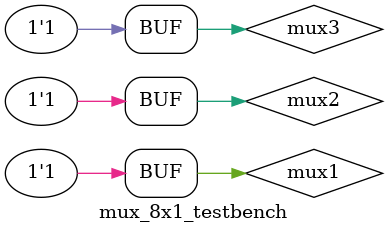
<source format=v>
`define DELAY 20
module mux_8x1_testbench(); 
reg mux1, mux2, mux3;
wire  muxoutputx;

/*Here I showed that I selected 4. as true input you can try other combinations like:
my_mux resultmux(muxoutputx, 0, 0, 0, 1, mux1, mux2);
my_mux resultmux(muxoutputx, 0, 0, 1, 0, mux1, mux2);
my_mux resultmux(muxoutputx, 0, 1, 0, 0, mux1, mux2);
my_mux resultmux(muxoutputx, 1, 0, 0, 0, mux1, mux2);
*/

mux_8x1 resultmux(muxoutputx, 1, 0, 0, 0, 0, 0, 0, 0 ,mux1, mux2,mux3);



initial begin
mux1 = 1'b0; mux2 = 1'b0; mux3 = 1'b0;
#`DELAY;
mux1 = 1'b0; mux2 = 1'b0; mux3 = 1'b1;
#`DELAY;
mux1 = 1'b0; mux2 = 1'b1; mux3 = 1'b0;
#`DELAY;
mux1 = 1'b0; mux2 = 1'b1; mux3 = 1'b1;
#`DELAY;
mux1 = 1'b1; mux2 = 1'b0; mux3 = 1'b0;
#`DELAY;
mux1 = 1'b1; mux2 = 1'b0; mux3 = 1'b1;
#`DELAY;
mux1 = 1'b1; mux2 = 1'b1; mux3 = 1'b1;
end

initial begin
$monitor("time = %2d, mux1 =%1b, mux2=%1b,mux3=%1b, result=%1b", $time, mux1, mux2,mux3, muxoutputx);
end
 
endmodule
</source>
